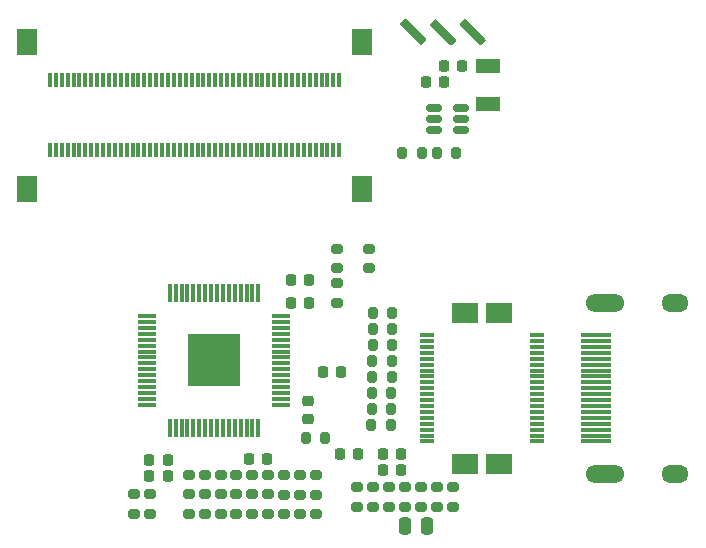
<source format=gbr>
%TF.GenerationSoftware,KiCad,Pcbnew,(6.0.7)*%
%TF.CreationDate,2022-11-13T02:02:31+01:00*%
%TF.ProjectId,TTL_to_HDMI,54544c5f-746f-45f4-9844-4d492e6b6963,rev?*%
%TF.SameCoordinates,Original*%
%TF.FileFunction,Soldermask,Top*%
%TF.FilePolarity,Negative*%
%FSLAX46Y46*%
G04 Gerber Fmt 4.6, Leading zero omitted, Abs format (unit mm)*
G04 Created by KiCad (PCBNEW (6.0.7)) date 2022-11-13 02:02:31*
%MOMM*%
%LPD*%
G01*
G04 APERTURE LIST*
G04 Aperture macros list*
%AMRoundRect*
0 Rectangle with rounded corners*
0 $1 Rounding radius*
0 $2 $3 $4 $5 $6 $7 $8 $9 X,Y pos of 4 corners*
0 Add a 4 corners polygon primitive as box body*
4,1,4,$2,$3,$4,$5,$6,$7,$8,$9,$2,$3,0*
0 Add four circle primitives for the rounded corners*
1,1,$1+$1,$2,$3*
1,1,$1+$1,$4,$5*
1,1,$1+$1,$6,$7*
1,1,$1+$1,$8,$9*
0 Add four rect primitives between the rounded corners*
20,1,$1+$1,$2,$3,$4,$5,0*
20,1,$1+$1,$4,$5,$6,$7,0*
20,1,$1+$1,$6,$7,$8,$9,0*
20,1,$1+$1,$8,$9,$2,$3,0*%
G04 Aperture macros list end*
%ADD10RoundRect,0.225000X-0.225000X-0.250000X0.225000X-0.250000X0.225000X0.250000X-0.225000X0.250000X0*%
%ADD11RoundRect,0.225000X0.225000X0.250000X-0.225000X0.250000X-0.225000X-0.250000X0.225000X-0.250000X0*%
%ADD12RoundRect,0.200000X0.200000X0.275000X-0.200000X0.275000X-0.200000X-0.275000X0.200000X-0.275000X0*%
%ADD13RoundRect,0.200000X-0.275000X0.200000X-0.275000X-0.200000X0.275000X-0.200000X0.275000X0.200000X0*%
%ADD14R,1.300000X0.300000*%
%ADD15R,2.200000X1.800000*%
%ADD16RoundRect,0.200000X-0.200000X-0.275000X0.200000X-0.275000X0.200000X0.275000X-0.200000X0.275000X0*%
%ADD17RoundRect,0.200000X0.275000X-0.200000X0.275000X0.200000X-0.275000X0.200000X-0.275000X-0.200000X0*%
%ADD18R,0.300000X1.300000*%
%ADD19R,1.800000X2.200000*%
%ADD20R,4.400000X4.400000*%
%ADD21R,0.300000X1.500000*%
%ADD22R,1.500000X0.300000*%
%ADD23R,2.600000X0.300000*%
%ADD24O,3.300000X1.500000*%
%ADD25O,2.300000X1.500000*%
%ADD26RoundRect,0.225000X0.250000X-0.225000X0.250000X0.225000X-0.250000X0.225000X-0.250000X-0.225000X0*%
%ADD27R,2.000000X1.200000*%
%ADD28RoundRect,0.250000X0.250000X0.475000X-0.250000X0.475000X-0.250000X-0.475000X0.250000X-0.475000X0*%
%ADD29RoundRect,0.150000X0.512500X0.150000X-0.512500X0.150000X-0.512500X-0.150000X0.512500X-0.150000X0*%
G04 APERTURE END LIST*
D10*
%TO.C,C6*%
X87925000Y-112600000D03*
X89475000Y-112600000D03*
%TD*%
D11*
%TO.C,C11*%
X109225000Y-110700000D03*
X107675000Y-110700000D03*
%TD*%
D12*
%TO.C,R22*%
X102825000Y-109350000D03*
X101175000Y-109350000D03*
%TD*%
D13*
%TO.C,R2*%
X95300000Y-114125000D03*
X95300000Y-115775000D03*
%TD*%
%TO.C,R14*%
X92600000Y-112475000D03*
X92600000Y-114125000D03*
%TD*%
D14*
%TO.C,J3*%
X111434000Y-109656000D03*
X111434000Y-109156000D03*
X111434000Y-108656000D03*
X111434000Y-108156000D03*
X111434000Y-107656000D03*
X111434000Y-107156000D03*
X111434000Y-106656000D03*
X111434000Y-106156000D03*
X111434000Y-105656000D03*
X111434000Y-105156000D03*
X111434000Y-104656000D03*
X111434000Y-104156000D03*
X111434000Y-103656000D03*
X111434000Y-103156000D03*
X111434000Y-102656000D03*
X111434000Y-102156000D03*
X111434000Y-101656000D03*
X111434000Y-101156000D03*
X111434000Y-100656000D03*
D15*
X114684000Y-98756000D03*
X114684000Y-111556000D03*
%TD*%
D13*
%TO.C,R7*%
X96650000Y-112475000D03*
X96650000Y-114125000D03*
%TD*%
D16*
%TO.C,R42*%
X109325000Y-85200000D03*
X110975000Y-85200000D03*
%TD*%
D17*
%TO.C,R36*%
X113650000Y-115175000D03*
X113650000Y-113525000D03*
%TD*%
D16*
%TO.C,R30*%
X106800000Y-102850000D03*
X108450000Y-102850000D03*
%TD*%
D13*
%TO.C,R6*%
X98000000Y-114125000D03*
X98000000Y-115775000D03*
%TD*%
%TO.C,R4*%
X103800000Y-96275000D03*
X103800000Y-97925000D03*
%TD*%
D11*
%TO.C,C9*%
X112875000Y-79250000D03*
X111325000Y-79250000D03*
%TD*%
D17*
%TO.C,R26*%
X108200000Y-115175000D03*
X108200000Y-113525000D03*
%TD*%
D10*
%TO.C,C4*%
X87925000Y-111250000D03*
X89475000Y-111250000D03*
%TD*%
D18*
%TO.C,U2*%
X79500000Y-85000000D03*
X80000000Y-85000000D03*
X80500000Y-85000000D03*
X81000000Y-85000000D03*
X81500000Y-85000000D03*
X82000000Y-85000000D03*
X82500000Y-85000000D03*
X83000000Y-85000000D03*
X83500000Y-85000000D03*
X84000000Y-85000000D03*
X84500000Y-85000000D03*
X85000000Y-85000000D03*
X85500000Y-85000000D03*
X86000000Y-85000000D03*
X86500000Y-85000000D03*
X87000000Y-85000000D03*
X87500000Y-85000000D03*
X88000000Y-85000000D03*
X88500000Y-85000000D03*
X89000000Y-85000000D03*
X89500000Y-85000000D03*
X90000000Y-85000000D03*
X90500000Y-85000000D03*
X91000000Y-85000000D03*
X91500000Y-85000000D03*
X92000000Y-85000000D03*
X92500000Y-85000000D03*
X93000000Y-85000000D03*
X93500000Y-85000000D03*
X94000000Y-85000000D03*
X94500000Y-85000000D03*
X95000000Y-85000000D03*
X95500000Y-85000000D03*
X96000000Y-85000000D03*
X96500000Y-85000000D03*
X97000000Y-85000000D03*
X97500000Y-85000000D03*
X98000000Y-85000000D03*
X98500000Y-85000000D03*
X99000000Y-85000000D03*
X99500000Y-85000000D03*
X100000000Y-85000000D03*
X100500000Y-85000000D03*
X101000000Y-85000000D03*
X101500000Y-85000000D03*
X102000000Y-85000000D03*
X102500000Y-85000000D03*
X103000000Y-85000000D03*
X103500000Y-85000000D03*
X104000000Y-85000000D03*
D19*
X77600000Y-88250000D03*
X105900000Y-88250000D03*
%TD*%
D17*
%TO.C,R11*%
X106550000Y-94975000D03*
X106550000Y-93325000D03*
%TD*%
D16*
%TO.C,R31*%
X106775000Y-104200000D03*
X108425000Y-104200000D03*
%TD*%
D13*
%TO.C,R16*%
X91250000Y-112475000D03*
X91250000Y-114125000D03*
%TD*%
D17*
%TO.C,R25*%
X86600000Y-115775000D03*
X86600000Y-114125000D03*
%TD*%
D13*
%TO.C,R40*%
X109550000Y-113525000D03*
X109550000Y-115175000D03*
%TD*%
D11*
%TO.C,C10*%
X109225000Y-112050000D03*
X107675000Y-112050000D03*
%TD*%
D17*
%TO.C,R37*%
X110900000Y-115175000D03*
X110900000Y-113525000D03*
%TD*%
D13*
%TO.C,R9*%
X99350000Y-112525000D03*
X99350000Y-114175000D03*
%TD*%
D16*
%TO.C,R32*%
X106750000Y-105550000D03*
X108400000Y-105550000D03*
%TD*%
D17*
%TO.C,R35*%
X112250000Y-115175000D03*
X112250000Y-113525000D03*
%TD*%
%TO.C,R38*%
X105500000Y-115175000D03*
X105500000Y-113525000D03*
%TD*%
D20*
%TO.C,U3*%
X93400000Y-102800000D03*
D21*
X89650000Y-108500000D03*
X90150000Y-108500000D03*
X90650000Y-108500000D03*
X91150000Y-108500000D03*
X91650000Y-108500000D03*
X92150000Y-108500000D03*
X92650000Y-108500000D03*
X93150000Y-108500000D03*
X93650000Y-108500000D03*
X94150000Y-108500000D03*
X94650000Y-108500000D03*
X95150000Y-108500000D03*
X95650000Y-108500000D03*
X96150000Y-108500000D03*
X96650000Y-108500000D03*
X97150000Y-108500000D03*
D22*
X99100000Y-106550000D03*
X99100000Y-106050000D03*
X99100000Y-105550000D03*
X99100000Y-105050000D03*
X99100000Y-104550000D03*
X99100000Y-104050000D03*
X99100000Y-103550000D03*
X99100000Y-103050000D03*
X99100000Y-102550000D03*
X99100000Y-102050000D03*
X99100000Y-101550000D03*
X99100000Y-101050000D03*
X99100000Y-100550000D03*
X99100000Y-100050000D03*
X99100000Y-99550000D03*
X99100000Y-99050000D03*
D21*
X97150000Y-97100000D03*
X96650000Y-97100000D03*
X96150000Y-97100000D03*
X95650000Y-97100000D03*
X95150000Y-97100000D03*
X94650000Y-97100000D03*
X94150000Y-97100000D03*
X93650000Y-97100000D03*
X93150000Y-97100000D03*
X92650000Y-97100000D03*
X92150000Y-97100000D03*
X91650000Y-97100000D03*
X91150000Y-97100000D03*
X90650000Y-97100000D03*
X90150000Y-97100000D03*
X89650000Y-97100000D03*
D22*
X87700000Y-99050000D03*
X87700000Y-99550000D03*
X87700000Y-100050000D03*
X87700000Y-100550000D03*
X87700000Y-101050000D03*
X87700000Y-101550000D03*
X87700000Y-102050000D03*
X87700000Y-102550000D03*
X87700000Y-103050000D03*
X87700000Y-103550000D03*
X87700000Y-104050000D03*
X87700000Y-104550000D03*
X87700000Y-105050000D03*
X87700000Y-105550000D03*
X87700000Y-106050000D03*
X87700000Y-106550000D03*
%TD*%
D18*
%TO.C,U1*%
X104000000Y-79050000D03*
X103500000Y-79050000D03*
X103000000Y-79050000D03*
X102500000Y-79050000D03*
X102000000Y-79050000D03*
X101500000Y-79050000D03*
X101000000Y-79050000D03*
X100500000Y-79050000D03*
X100000000Y-79050000D03*
X99500000Y-79050000D03*
X99000000Y-79050000D03*
X98500000Y-79050000D03*
X98000000Y-79050000D03*
X97500000Y-79050000D03*
X97000000Y-79050000D03*
X96500000Y-79050000D03*
X96000000Y-79050000D03*
X95500000Y-79050000D03*
X95000000Y-79050000D03*
X94500000Y-79050000D03*
X94000000Y-79050000D03*
X93500000Y-79050000D03*
X93000000Y-79050000D03*
X92500000Y-79050000D03*
X92000000Y-79050000D03*
X91500000Y-79050000D03*
X91000000Y-79050000D03*
X90500000Y-79050000D03*
X90000000Y-79050000D03*
X89500000Y-79050000D03*
X89000000Y-79050000D03*
X88500000Y-79050000D03*
X88000000Y-79050000D03*
X87500000Y-79050000D03*
X87000000Y-79050000D03*
X86500000Y-79050000D03*
X86000000Y-79050000D03*
X85500000Y-79050000D03*
X85000000Y-79050000D03*
X84500000Y-79050000D03*
X84000000Y-79050000D03*
X83500000Y-79050000D03*
X83000000Y-79050000D03*
X82500000Y-79050000D03*
X82000000Y-79050000D03*
X81500000Y-79050000D03*
X81000000Y-79050000D03*
X80500000Y-79050000D03*
X80000000Y-79050000D03*
X79500000Y-79050000D03*
D19*
X77600000Y-75800000D03*
X105900000Y-75800000D03*
%TD*%
D16*
%TO.C,R33*%
X106750000Y-106900000D03*
X108400000Y-106900000D03*
%TD*%
D13*
%TO.C,R21*%
X100700000Y-114175000D03*
X100700000Y-115825000D03*
%TD*%
%TO.C,R12*%
X93950000Y-112475000D03*
X93950000Y-114125000D03*
%TD*%
D23*
%TO.C,J1*%
X125747000Y-100656000D03*
X125747000Y-101156000D03*
X125747000Y-101656000D03*
X125747000Y-102156000D03*
X125747000Y-102656000D03*
X125747000Y-103156000D03*
X125747000Y-103656000D03*
X125747000Y-104156000D03*
X125747000Y-104656000D03*
X125747000Y-105156000D03*
X125747000Y-105656000D03*
X125747000Y-106156000D03*
X125747000Y-106656000D03*
X125747000Y-107156000D03*
X125747000Y-107656000D03*
X125747000Y-108156000D03*
X125747000Y-108656000D03*
X125747000Y-109156000D03*
X125747000Y-109656000D03*
D24*
X126507000Y-97906000D03*
X126507000Y-112406000D03*
D25*
X132467000Y-97906000D03*
X132467000Y-112406000D03*
%TD*%
D10*
%TO.C,C8*%
X104075000Y-110750000D03*
X105625000Y-110750000D03*
%TD*%
D14*
%TO.C,J2*%
X120783000Y-100656000D03*
X120783000Y-101156000D03*
X120783000Y-101656000D03*
X120783000Y-102156000D03*
X120783000Y-102656000D03*
X120783000Y-103156000D03*
X120783000Y-103656000D03*
X120783000Y-104156000D03*
X120783000Y-104656000D03*
X120783000Y-105156000D03*
X120783000Y-105656000D03*
X120783000Y-106156000D03*
X120783000Y-106656000D03*
X120783000Y-107156000D03*
X120783000Y-107656000D03*
X120783000Y-108156000D03*
X120783000Y-108656000D03*
X120783000Y-109156000D03*
X120783000Y-109656000D03*
D15*
X117533000Y-111556000D03*
X117533000Y-98756000D03*
%TD*%
D11*
%TO.C,C1*%
X101425000Y-95950000D03*
X99875000Y-95950000D03*
%TD*%
D26*
%TO.C,C5*%
X101350000Y-107775000D03*
X101350000Y-106225000D03*
%TD*%
D17*
%TO.C,R39*%
X106850000Y-115175000D03*
X106850000Y-113525000D03*
%TD*%
D13*
%TO.C,R15*%
X92600000Y-114125000D03*
X92600000Y-115775000D03*
%TD*%
D27*
%TO.C,L1*%
X116600000Y-81050000D03*
X116600000Y-77850000D03*
%TD*%
D28*
%TO.C,D1*%
X111450000Y-116850000D03*
X109550000Y-116850000D03*
%TD*%
D10*
%TO.C,C12*%
X112875000Y-77850000D03*
X114425000Y-77850000D03*
%TD*%
D13*
%TO.C,R20*%
X100700000Y-112525000D03*
X100700000Y-114175000D03*
%TD*%
%TO.C,R17*%
X91250000Y-114125000D03*
X91250000Y-115775000D03*
%TD*%
%TO.C,R19*%
X102050000Y-114175000D03*
X102050000Y-115825000D03*
%TD*%
%TO.C,R18*%
X102050000Y-112525000D03*
X102050000Y-114175000D03*
%TD*%
D11*
%TO.C,C2*%
X101425000Y-97950000D03*
X99875000Y-97950000D03*
%TD*%
D13*
%TO.C,R13*%
X93950000Y-114125000D03*
X93950000Y-115775000D03*
%TD*%
%TO.C,R3*%
X103800000Y-93325000D03*
X103800000Y-94975000D03*
%TD*%
D16*
%TO.C,R28*%
X106850000Y-100150000D03*
X108500000Y-100150000D03*
%TD*%
%TO.C,R29*%
X106850000Y-101500000D03*
X108500000Y-101500000D03*
%TD*%
D11*
%TO.C,C7*%
X97875000Y-111150000D03*
X96325000Y-111150000D03*
%TD*%
D29*
%TO.C,U4*%
X114287500Y-83300000D03*
X114287500Y-82350000D03*
X114287500Y-81400000D03*
X112012500Y-81400000D03*
X112012500Y-82350000D03*
X112012500Y-83300000D03*
%TD*%
D13*
%TO.C,R24*%
X87950000Y-114125000D03*
X87950000Y-115775000D03*
%TD*%
D16*
%TO.C,R41*%
X112275000Y-85200000D03*
X113925000Y-85200000D03*
%TD*%
D13*
%TO.C,R8*%
X96650000Y-114125000D03*
X96650000Y-115775000D03*
%TD*%
D16*
%TO.C,R34*%
X106725000Y-108250000D03*
X108375000Y-108250000D03*
%TD*%
D13*
%TO.C,R5*%
X98000000Y-112475000D03*
X98000000Y-114125000D03*
%TD*%
%TO.C,R10*%
X99350000Y-114175000D03*
X99350000Y-115825000D03*
%TD*%
D11*
%TO.C,C3*%
X104175000Y-103800000D03*
X102625000Y-103800000D03*
%TD*%
D13*
%TO.C,R1*%
X95300000Y-112475000D03*
X95300000Y-114125000D03*
%TD*%
D16*
%TO.C,R27*%
X106850000Y-98800000D03*
X108500000Y-98800000D03*
%TD*%
G36*
X112194945Y-73901798D02*
G01*
X112220004Y-73920004D01*
X113879996Y-75579996D01*
X113907773Y-75634513D01*
X113898202Y-75694945D01*
X113879996Y-75720004D01*
X113520004Y-76079996D01*
X113465487Y-76107773D01*
X113405055Y-76098202D01*
X113379996Y-76079996D01*
X111720004Y-74420004D01*
X111692227Y-74365487D01*
X111701798Y-74305055D01*
X111720004Y-74279996D01*
X112079996Y-73920004D01*
X112134513Y-73892227D01*
X112194945Y-73901798D01*
G37*
G36*
X109644945Y-73851798D02*
G01*
X109670004Y-73870004D01*
X111329996Y-75529996D01*
X111357773Y-75584513D01*
X111348202Y-75644945D01*
X111329996Y-75670004D01*
X110970004Y-76029996D01*
X110915487Y-76057773D01*
X110855055Y-76048202D01*
X110829996Y-76029996D01*
X109170004Y-74370004D01*
X109142227Y-74315487D01*
X109151798Y-74255055D01*
X109170004Y-74229996D01*
X109529996Y-73870004D01*
X109584513Y-73842227D01*
X109644945Y-73851798D01*
G37*
G36*
X114694945Y-73901798D02*
G01*
X114720004Y-73920004D01*
X116379996Y-75579996D01*
X116407773Y-75634513D01*
X116398202Y-75694945D01*
X116379996Y-75720004D01*
X116020004Y-76079996D01*
X115965487Y-76107773D01*
X115905055Y-76098202D01*
X115879996Y-76079996D01*
X114220004Y-74420004D01*
X114192227Y-74365487D01*
X114201798Y-74305055D01*
X114220004Y-74279996D01*
X114579996Y-73920004D01*
X114634513Y-73892227D01*
X114694945Y-73901798D01*
G37*
M02*

</source>
